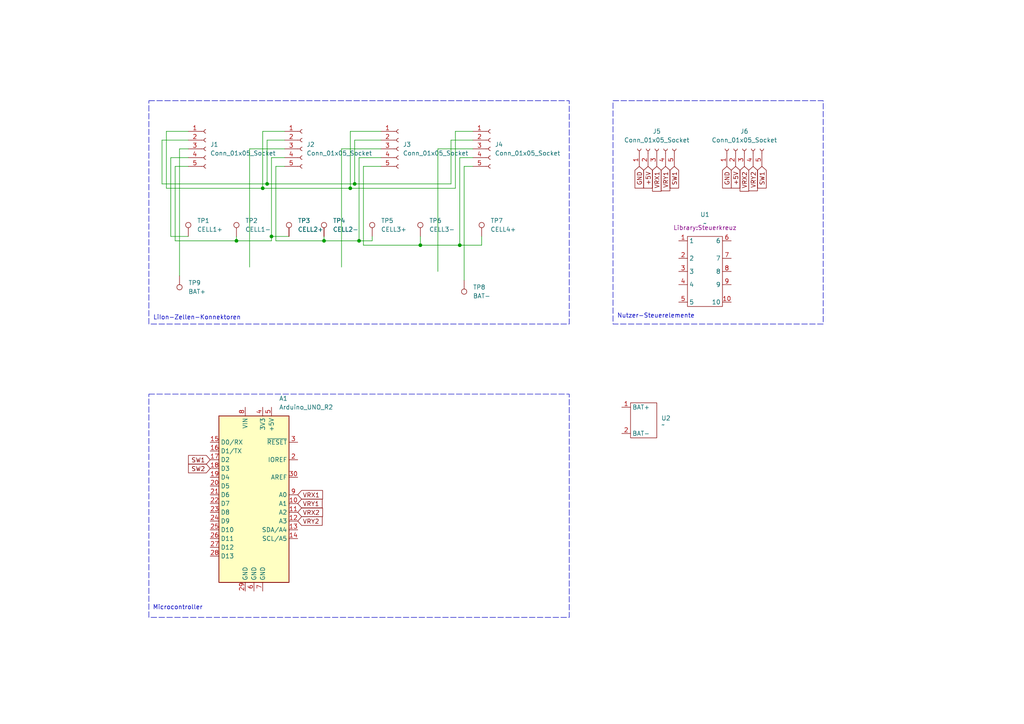
<source format=kicad_sch>
(kicad_sch (version 20231120) (generator "eeschema") (generator_version "8.0")
  (paper "A4")
  (lib_symbols
    (symbol "Batteriestecker:Batteriestecker"
      (property "Reference" "U" (at 0 0 0))
      (symbol "Batteriestecker_0_1"
        (rectangle (start -2.54 5.08) (end 5.08 -5.08))
      )
      (symbol "Batteriestecker_1_1"
        (pin input line (at -5.08 3.81 0) (length 2.54) (name "BAT+") (number "1"))
        (pin input line (at -5.08 -3.81 0) (length 2.54) (name "BAT-") (number "2"))
      )
    )
    (symbol "Connector:Conn_01x05_Socket" (pin_names (offset 1.016) hide)
      (property "Reference" "J" (at 0 7.62 0))
      (property "Value" "Conn_01x05_Socket" (at 0 -7.62 0))
      (symbol "Conn_01x05_Socket_1_1"
        (arc (start 0 -4.572) (mid -0.5058 -5.08) (end 0 -5.588) (stroke (width 0.1524)))
        (arc (start 0 -2.032) (mid -0.5058 -2.54) (end 0 -3.048) (stroke (width 0.1524)))
        (polyline (pts (xy -1.27 -5.08) (xy -0.508 -5.08)) (stroke (width 0.1524)))
        (polyline (pts (xy -1.27 -2.54) (xy -0.508 -2.54)) (stroke (width 0.1524)))
        (polyline (pts (xy -1.27 0) (xy -0.508 0)) (stroke (width 0.1524)))
        (polyline (pts (xy -1.27 2.54) (xy -0.508 2.54)) (stroke (width 0.1524)))
        (polyline (pts (xy -1.27 5.08) (xy -0.508 5.08)) (stroke (width 0.1524)))
        (arc (start 0 0.508) (mid -0.5058 0) (end 0 -0.508) (stroke (width 0.1524)))
        (arc (start 0 3.048) (mid -0.5058 2.54) (end 0 2.032) (stroke (width 0.1524)))
        (arc (start 0 5.588) (mid -0.5058 5.08) (end 0 4.572) (stroke (width 0.1524)))
        (pin passive line (at -5.08 5.08 0) (length 3.81) (name "Pin_1") (number "1"))
        (pin passive line (at -5.08 2.54 0) (length 3.81) (name "Pin_2") (number "2"))
        (pin passive line (at -5.08 0 0) (length 3.81) (name "Pin_3") (number "3"))
        (pin passive line (at -5.08 -2.54 0) (length 3.81) (name "Pin_4") (number "4"))
        (pin passive line (at -5.08 -5.08 0) (length 3.81) (name "Pin_5") (number "5"))
      )
    )
    (symbol "Connector:TestPoint" (pin_numbers hide) (pin_names (offset 0.762) hide)
      (property "Reference" "TP" (at 0 6.858 0))
      (property "Value" "TestPoint" (at 0 5.08 0))
      (symbol "TestPoint_0_1"
        (circle (center 0 3.302) (radius 0.762))
      )
      (symbol "TestPoint_1_1"
        (pin passive line (at 0 0 90) (length 2.54) (name "1") (number "1"))
      )
    )
    (symbol "MCU_Module:Arduino_UNO_R2"
      (property "Reference" "A" (at -10.16 23.495 0))
      (property "Value" "Arduino_UNO_R2" (at 5.08 -26.67 0))
      (symbol "Arduino_UNO_R2_0_1"
        (rectangle (start -10.16 22.86) (end 10.16 -25.4) (stroke (width 0.254)) (fill (type background)))
      )
      (symbol "Arduino_UNO_R2_1_1"
        (pin no_connect line (at -10.16 -20.32 0) (length 2.54) hide (name "NC") (number "1"))
        (pin bidirectional line (at 12.7 -2.54 180) (length 2.54) (name "A1") (number "10"))
        (pin bidirectional line (at 12.7 -5.08 180) (length 2.54) (name "A2") (number "11"))
        (pin bidirectional line (at 12.7 -7.62 180) (length 2.54) (name "A3") (number "12"))
        (pin bidirectional line (at 12.7 -10.16 180) (length 2.54) (name "SDA/A4") (number "13"))
        (pin bidirectional line (at 12.7 -12.7 180) (length 2.54) (name "SCL/A5") (number "14"))
        (pin bidirectional line (at -12.7 15.24 0) (length 2.54) (name "D0/RX") (number "15"))
        (pin bidirectional line (at -12.7 12.7 0) (length 2.54) (name "D1/TX") (number "16"))
        (pin bidirectional line (at -12.7 10.16 0) (length 2.54) (name "D2") (number "17"))
        (pin bidirectional line (at -12.7 7.62 0) (length 2.54) (name "D3") (number "18"))
        (pin bidirectional line (at -12.7 5.08 0) (length 2.54) (name "D4") (number "19"))
        (pin output line (at 12.7 10.16 180) (length 2.54) (name "IOREF") (number "2"))
        (pin bidirectional line (at -12.7 2.54 0) (length 2.54) (name "D5") (number "20"))
        (pin bidirectional line (at -12.7 0 0) (length 2.54) (name "D6") (number "21"))
        (pin bidirectional line (at -12.7 -2.54 0) (length 2.54) (name "D7") (number "22"))
        (pin bidirectional line (at -12.7 -5.08 0) (length 2.54) (name "D8") (number "23"))
        (pin bidirectional line (at -12.7 -7.62 0) (length 2.54) (name "D9") (number "24"))
        (pin bidirectional line (at -12.7 -10.16 0) (length 2.54) (name "D10") (number "25"))
        (pin bidirectional line (at -12.7 -12.7 0) (length 2.54) (name "D11") (number "26"))
        (pin bidirectional line (at -12.7 -15.24 0) (length 2.54) (name "D12") (number "27"))
        (pin bidirectional line (at -12.7 -17.78 0) (length 2.54) (name "D13") (number "28"))
        (pin power_in line (at -2.54 -27.94 90) (length 2.54) (name "GND") (number "29"))
        (pin input line (at 12.7 15.24 180) (length 2.54) (name "~{RESET}") (number "3"))
        (pin input line (at 12.7 5.08 180) (length 2.54) (name "AREF") (number "30"))
        (pin power_out line (at 2.54 25.4 270) (length 2.54) (name "3V3") (number "4"))
        (pin power_out line (at 5.08 25.4 270) (length 2.54) (name "+5V") (number "5"))
        (pin power_in line (at 0 -27.94 90) (length 2.54) (name "GND") (number "6"))
        (pin power_in line (at 2.54 -27.94 90) (length 2.54) (name "GND") (number "7"))
        (pin power_in line (at -2.54 25.4 270) (length 2.54) (name "VIN") (number "8"))
        (pin bidirectional line (at 12.7 0 180) (length 2.54) (name "A0") (number "9"))
      )
    )
    (symbol "Steuerkreuz:Steuerkreuz"
      (property "Reference" "U" (at 0 -0.254 0))
      (property "Footprint" "Library:Steuerkreuz" (at 0 12.192 0))
      (symbol "Steuerkreuz_0_1"
        (rectangle (start -5.08 10.16) (end 5.08 -10.16))
      )
      (symbol "Steuerkreuz_1_1"
        (pin unspecified line (at -7.62 8.89 0) (length 2.54) (name "1") (number "1"))
        (pin unspecified line (at 7.62 -8.89 180) (length 2.54) (name "10") (number "10"))
        (pin unspecified line (at -7.62 3.81 0) (length 2.54) (name "2") (number "2"))
        (pin unspecified line (at -7.62 0 0) (length 2.54) (name "3") (number "3"))
        (pin unspecified line (at -7.62 -3.81 0) (length 2.54) (name "4") (number "4"))
        (pin unspecified line (at -7.62 -8.89 0) (length 2.54) (name "5") (number "5"))
        (pin unspecified line (at 7.62 8.89 180) (length 2.54) (name "6") (number "6"))
        (pin unspecified line (at 7.62 3.81 180) (length 2.54) (name "7") (number "7"))
        (pin unspecified line (at 7.62 0 180) (length 2.54) (name "8") (number "8"))
        (pin unspecified line (at 7.62 -3.81 180) (length 2.54) (name "9") (number "9"))
      )
    )
  )
  (junction (at 101.6 54.61))
  (junction (at 78.74 68.58))
  (junction (at 76.2 54.61))
  (junction (at 121.92 71.12))
  (junction (at 68.58 69.85))
  (junction (at 133.35 71.12))
  (junction (at 102.87 53.34))
  (junction (at 93.98 69.85))
  (junction (at 104.14 69.85))
  (junction (at 77.47 53.34))
  (wire (pts (xy 50.8 48.26) (xy 50.8 69.85)))
  (wire (pts (xy 77.47 40.64) (xy 82.55 40.64)))
  (wire (pts (xy 133.35 45.72) (xy 133.35 71.12)))
  (wire (pts (xy 127 43.18) (xy 127 78.74)))
  (wire (pts (xy 110.49 48.26) (xy 105.41 48.26)))
  (wire (pts (xy 49.53 68.58) (xy 54.61 68.58)))
  (wire (pts (xy 110.49 38.1) (xy 101.6 38.1)))
  (wire (pts (xy 137.16 40.64) (xy 130.81 40.64)))
  (wire (pts (xy 48.26 38.1) (xy 48.26 54.61)))
  (wire (pts (xy 52.07 43.18) (xy 52.07 80.01)))
  (wire (pts (xy 78.74 45.72) (xy 78.74 68.58)))
  (wire (pts (xy 101.6 38.1) (xy 101.6 54.61)))
  (wire (pts (xy 134.62 48.26) (xy 137.16 48.26)))
  (wire (pts (xy 104.14 45.72) (xy 104.14 69.85)))
  (wire (pts (xy 139.7 71.12) (xy 139.7 68.58)))
  (wire (pts (xy 93.98 69.85) (xy 80.01 69.85)))
  (wire (pts (xy 68.58 69.85) (xy 78.74 69.85)))
  (wire (pts (xy 50.8 69.85) (xy 68.58 69.85)))
  (wire (pts (xy 121.92 71.12) (xy 121.92 68.58)))
  (wire (pts (xy 80.01 69.85) (xy 80.01 48.26)))
  (wire (pts (xy 133.35 71.12) (xy 139.7 71.12)))
  (wire (pts (xy 134.62 48.26) (xy 134.62 81.28)))
  (wire (pts (xy 49.53 45.72) (xy 49.53 68.58)))
  (wire (pts (xy 54.61 48.26) (xy 50.8 48.26)))
  (wire (pts (xy 82.55 38.1) (xy 76.2 38.1)))
  (wire (pts (xy 105.41 71.12) (xy 121.92 71.12)))
  (wire (pts (xy 104.14 69.85) (xy 107.95 69.85)))
  (wire (pts (xy 72.39 43.18) (xy 82.55 43.18)))
  (wire (pts (xy 137.16 45.72) (xy 133.35 45.72)))
  (wire (pts (xy 93.98 68.58) (xy 93.98 69.85)))
  (wire (pts (xy 76.2 54.61) (xy 101.6 54.61)))
  (wire (pts (xy 93.98 69.85) (xy 104.14 69.85)))
  (wire (pts (xy 80.01 48.26) (xy 82.55 48.26)))
  (wire (pts (xy 110.49 40.64) (xy 102.87 40.64)))
  (wire (pts (xy 54.61 38.1) (xy 48.26 38.1)))
  (wire (pts (xy 72.39 43.18) (xy 72.39 77.47)))
  (wire (pts (xy 101.6 54.61) (xy 132.08 54.61)))
  (wire (pts (xy 46.99 53.34) (xy 77.47 53.34)))
  (wire (pts (xy 132.08 38.1) (xy 137.16 38.1)))
  (wire (pts (xy 82.55 45.72) (xy 78.74 45.72)))
  (wire (pts (xy 48.26 54.61) (xy 76.2 54.61)))
  (wire (pts (xy 130.81 40.64) (xy 130.81 53.34)))
  (wire (pts (xy 54.61 43.18) (xy 52.07 43.18)))
  (wire (pts (xy 127 43.18) (xy 137.16 43.18)))
  (wire (pts (xy 46.99 40.64) (xy 54.61 40.64)))
  (wire (pts (xy 121.92 71.12) (xy 133.35 71.12)))
  (wire (pts (xy 78.74 69.85) (xy 78.74 68.58)))
  (wire (pts (xy 102.87 53.34) (xy 77.47 53.34)))
  (wire (pts (xy 110.49 45.72) (xy 104.14 45.72)))
  (wire (pts (xy 107.95 69.85) (xy 107.95 68.58)))
  (wire (pts (xy 54.61 45.72) (xy 49.53 45.72)))
  (wire (pts (xy 76.2 38.1) (xy 76.2 54.61)))
  (wire (pts (xy 132.08 54.61) (xy 132.08 38.1)))
  (wire (pts (xy 78.74 68.58) (xy 83.82 68.58)))
  (wire (pts (xy 46.99 53.34) (xy 46.99 40.64)))
  (wire (pts (xy 99.06 43.18) (xy 99.06 77.47)))
  (wire (pts (xy 130.81 53.34) (xy 102.87 53.34)))
  (wire (pts (xy 77.47 40.64) (xy 77.47 53.34)))
  (wire (pts (xy 99.06 43.18) (xy 110.49 43.18)))
  (wire (pts (xy 105.41 48.26) (xy 105.41 71.12)))
  (wire (pts (xy 102.87 40.64) (xy 102.87 53.34)))
  (wire (pts (xy 68.58 69.85) (xy 68.58 68.58)))
  (rectangle (start 43.18 114.3) (end 165.1 179.07) (stroke (width 0) (type dash)))
  (rectangle (start 177.8 29.21) (end 238.76 93.98) (stroke (width 0) (type dash)))
  (rectangle (start 43.18 29.21) (end 165.1 93.98) (stroke (width 0) (type dash)))
  (text "Nutzer-Steuerelemente" (at 190.246 91.694 0) (effects (font (size 1.27 1.27))))
  (text "Microcontroller" (at 51.562 176.276 0) (effects (font (size 1.27 1.27))))
  (text "LiIon-Zellen-Konnektoren" (at 57.15 92.202 0) (effects (font (size 1.27 1.27))))
  (global_label "SW1" (shape input) (at 220.98 48.26 270) (property "Intersheetrefs" "${INTERSHEET_REFS}" (effects (hide yes))))
  (global_label "VRX2" (shape input) (at 215.9 48.26 270) (property "Intersheetrefs" "${INTERSHEET_REFS}" (effects (hide yes))))
  (global_label "VRY1" (shape input) (at 193.04 48.26 270) (property "Intersheetrefs" "${INTERSHEET_REFS}" (effects (hide yes))))
  (global_label "GND" (shape input) (at 210.82 48.26 270) (property "Intersheetrefs" "${INTERSHEET_REFS}" (effects (hide yes))))
  (global_label "VRX1" (shape input) (at 86.36 143.51 0) (property "Intersheetrefs" "${INTERSHEET_REFS}" (effects (hide yes))))
  (global_label "SW1" (shape input) (at 60.96 133.35 180) (property "Intersheetrefs" "${INTERSHEET_REFS}" (effects (hide yes))))
  (global_label "VRX2" (shape input) (at 86.36 148.59 0) (property "Intersheetrefs" "${INTERSHEET_REFS}" (effects (hide yes))))
  (global_label "GND" (shape input) (at 185.42 48.26 270) (property "Intersheetrefs" "${INTERSHEET_REFS}" (effects (hide yes))))
  (global_label "VRY2" (shape input) (at 86.36 151.13 0) (property "Intersheetrefs" "${INTERSHEET_REFS}" (effects (hide yes))))
  (global_label "VRX1" (shape input) (at 190.5 48.26 270) (property "Intersheetrefs" "${INTERSHEET_REFS}" (effects (hide yes))))
  (global_label "+5V" (shape input) (at 187.96 48.26 270) (property "Intersheetrefs" "${INTERSHEET_REFS}" (effects (hide yes))))
  (global_label "VRY2" (shape input) (at 218.44 48.26 270) (property "Intersheetrefs" "${INTERSHEET_REFS}" (effects (hide yes))))
  (global_label "SW2" (shape input) (at 60.96 135.89 180) (property "Intersheetrefs" "${INTERSHEET_REFS}" (effects (hide yes))))
  (global_label "VRY1" (shape input) (at 86.36 146.05 0) (property "Intersheetrefs" "${INTERSHEET_REFS}" (effects (hide yes))))
  (global_label "SW1" (shape input) (at 195.58 48.26 270) (property "Intersheetrefs" "${INTERSHEET_REFS}" (effects (hide yes))))
  (global_label "+5V" (shape input) (at 213.36 48.26 270) (property "Intersheetrefs" "${INTERSHEET_REFS}" (effects (hide yes))))
  (symbol (lib_id "Connector:TestPoint") (at 52.07 80.01 180) (unit 1)
    (property "Reference" "TP9" (at 54.61 82.0419 0) (effects (justify right)))
    (property "Value" "BAT+" (at 54.61 84.5819 0) (effects (justify right)))
    (property "Footprint" "Connector_Pin:Pin_D1.0mm_L10.0mm" (effects (hide yes)))
    (property "Description" "test point" (effects (hide yes)))
  )
  (symbol (lib_id "Connector:TestPoint") (at 68.58 68.58 0) (unit 1)
    (property "Reference" "TP2" (at 71.12 64.0079 0) (effects (justify left)))
    (property "Value" "CELL1-" (at 71.12 66.5479 0) (effects (justify left)))
    (property "Footprint" "Connector_Pin:Pin_D1.0mm_L10.0mm" (effects (hide yes)))
    (property "Description" "test point" (effects (hide yes)))
  )
  (symbol (lib_id "MCU_Module:Arduino_UNO_R2") (at 73.66 143.51 0) (unit 1)
    (property "Reference" "A1" (at 80.9341 115.57 0) (effects (justify left)))
    (property "Value" "Arduino_UNO_R2" (at 80.9341 118.11 0) (effects (justify left)))
    (property "Footprint" "Module:Arduino_UNO_R2" (effects (hide yes)))
    (property "Datasheet" "https://www.arduino.cc/en/Main/arduinoBoardUno" (effects (hide yes)))
    (property "Description" "Arduino UNO Microcontroller Module, release 2" (effects (hide yes)))
  )
  (symbol (lib_id "Connector:Conn_01x05_Socket") (at 115.57 43.18 0) (unit 1)
    (property "Reference" "J3" (at 116.84 41.9099 0) (effects (justify left)))
    (property "Value" "Conn_01x05_Socket" (at 116.84 44.4499 0) (effects (justify left)))
    (property "Footprint" "Connector_PinSocket_2.54mm:PinSocket_1x05_P2.54mm_Horizontal" (effects (hide yes)))
    (property "Description" "Generic connector, single row, 01x05, script generated" (effects (hide yes)))
  )
  (symbol (lib_id "Connector:Conn_01x05_Socket") (at 190.5 43.18 90) (unit 1)
    (property "Reference" "J5" (at 190.5 38.1 90))
    (property "Value" "Conn_01x05_Socket" (at 190.5 40.64 90))
    (property "Footprint" "Connector_PinSocket_2.54mm:PinSocket_1x05_P2.54mm_Horizontal" (effects (hide yes)))
    (property "Description" "Generic connector, single row, 01x05, script generated" (effects (hide yes)))
  )
  (symbol (lib_id "Connector:TestPoint") (at 83.82 68.58 0) (unit 1)
    (property "Reference" "TP3" (at 86.36 64.0079 0) (effects (justify left)))
    (property "Value" "CELL2+" (at 86.36 66.5479 0) (effects (justify left)))
    (property "Footprint" "Connector_Pin:Pin_D1.0mm_L10.0mm" (effects (hide yes)))
    (property "Description" "test point" (effects (hide yes)))
  )
  (symbol (lib_id "Connector:TestPoint") (at 93.98 68.58 0) (unit 1)
    (property "Reference" "TP4" (at 96.52 64.0079 0) (effects (justify left)))
    (property "Value" "CELL2-" (at 96.52 66.5479 0) (effects (justify left)))
    (property "Footprint" "Connector_Pin:Pin_D1.0mm_L10.0mm" (effects (hide yes)))
    (property "Description" "test point" (effects (hide yes)))
  )
  (symbol (lib_id "Connector:Conn_01x05_Socket") (at 59.69 43.18 0) (unit 1)
    (property "Reference" "J1" (at 60.96 41.9099 0) (effects (justify left)))
    (property "Value" "Conn_01x05_Socket" (at 60.96 44.4499 0) (effects (justify left)))
    (property "Footprint" "Connector_PinSocket_2.54mm:PinSocket_1x05_P2.54mm_Horizontal" (effects (hide yes)))
    (property "Description" "Generic connector, single row, 01x05, script generated" (effects (hide yes)))
  )
  (symbol (lib_id "Batteriestecker:Batteriestecker") (at 185.42 121.92 0) (unit 1)
    (property "Reference" "U2" (at 191.77 121.2849 0) (effects (justify left)))
    (property "Value" "~" (at 191.77 123.19 0) (effects (justify left)))
    (property "Footprint" "Batteriestecker:Batteriestecker" (effects (hide yes)))
  )
  (symbol (lib_id "Connector:TestPoint") (at 139.7 68.58 0) (unit 1)
    (property "Reference" "TP7" (at 142.24 64.0079 0) (effects (justify left)))
    (property "Value" "CELL4+" (at 142.24 66.5479 0) (effects (justify left)))
    (property "Footprint" "Connector_Pin:Pin_D1.0mm_L10.0mm" (effects (hide yes)))
    (property "Description" "test point" (effects (hide yes)))
  )
  (symbol (lib_id "Connector:TestPoint") (at 134.62 81.28 180) (unit 1)
    (property "Reference" "TP8" (at 137.16 83.3119 0) (effects (justify right)))
    (property "Value" "BAT-" (at 137.16 85.8519 0) (effects (justify right)))
    (property "Footprint" "Connector_Pin:Pin_D1.0mm_L10.0mm" (effects (hide yes)))
    (property "Description" "test point" (effects (hide yes)))
  )
  (symbol (lib_id "Connector:Conn_01x05_Socket") (at 215.9 43.18 90) (unit 1)
    (property "Reference" "J6" (at 215.9 38.1 90))
    (property "Value" "Conn_01x05_Socket" (at 215.9 40.64 90))
    (property "Footprint" "Connector_PinSocket_2.54mm:PinSocket_1x05_P2.54mm_Horizontal" (effects (hide yes)))
    (property "Description" "Generic connector, single row, 01x05, script generated" (effects (hide yes)))
  )
  (symbol (lib_id "Steuerkreuz:Steuerkreuz") (at 204.47 78.74 0) (unit 1)
    (property "Reference" "U1" (at 204.47 62.23 0))
    (property "Value" "~" (at 204.47 64.77 0))
    (property "Footprint" "Library:Steuerkreuz" (at 204.47 66.04 0))
  )
  (symbol (lib_id "Connector:TestPoint") (at 121.92 68.58 0) (unit 1)
    (property "Reference" "TP6" (at 124.46 64.0079 0) (effects (justify left)))
    (property "Value" "CELL3-" (at 124.46 66.5479 0) (effects (justify left)))
    (property "Footprint" "Connector_Pin:Pin_D1.0mm_L10.0mm" (effects (hide yes)))
    (property "Description" "test point" (effects (hide yes)))
  )
  (symbol (lib_id "Connector:TestPoint") (at 107.95 68.58 0) (unit 1)
    (property "Reference" "TP5" (at 110.49 64.0079 0) (effects (justify left)))
    (property "Value" "CELL3+" (at 110.49 66.5479 0) (effects (justify left)))
    (property "Footprint" "Connector_Pin:Pin_D1.0mm_L10.0mm" (effects (hide yes)))
    (property "Description" "test point" (effects (hide yes)))
  )
  (symbol (lib_id "Connector:Conn_01x05_Socket") (at 142.24 43.18 0) (unit 1)
    (property "Reference" "J4" (at 143.51 41.9099 0) (effects (justify left)))
    (property "Value" "Conn_01x05_Socket" (at 143.51 44.4499 0) (effects (justify left)))
    (property "Footprint" "Connector_PinSocket_2.54mm:PinSocket_1x05_P2.54mm_Horizontal" (effects (hide yes)))
    (property "Description" "Generic connector, single row, 01x05, script generated" (effects (hide yes)))
  )
  (symbol (lib_id "Connector:Conn_01x05_Socket") (at 87.63 43.18 0) (unit 1)
    (property "Reference" "J2" (at 88.9 41.9099 0) (effects (justify left)))
    (property "Value" "Conn_01x05_Socket" (at 88.9 44.4499 0) (effects (justify left)))
    (property "Footprint" "Connector_PinSocket_2.54mm:PinSocket_1x05_P2.54mm_Horizontal" (effects (hide yes)))
    (property "Description" "Generic connector, single row, 01x05, script generated" (effects (hide yes)))
  )
  (symbol (lib_id "Connector:TestPoint") (at 54.61 68.58 0) (unit 1)
    (property "Reference" "TP1" (at 57.15 64.0079 0) (effects (justify left)))
    (property "Value" "CELL1+" (at 57.15 66.5479 0) (effects (justify left)))
    (property "Footprint" "Connector_Pin:Pin_D1.0mm_L10.0mm" (effects (hide yes)))
    (property "Description" "test point" (effects (hide yes)))
  )
)
</source>
